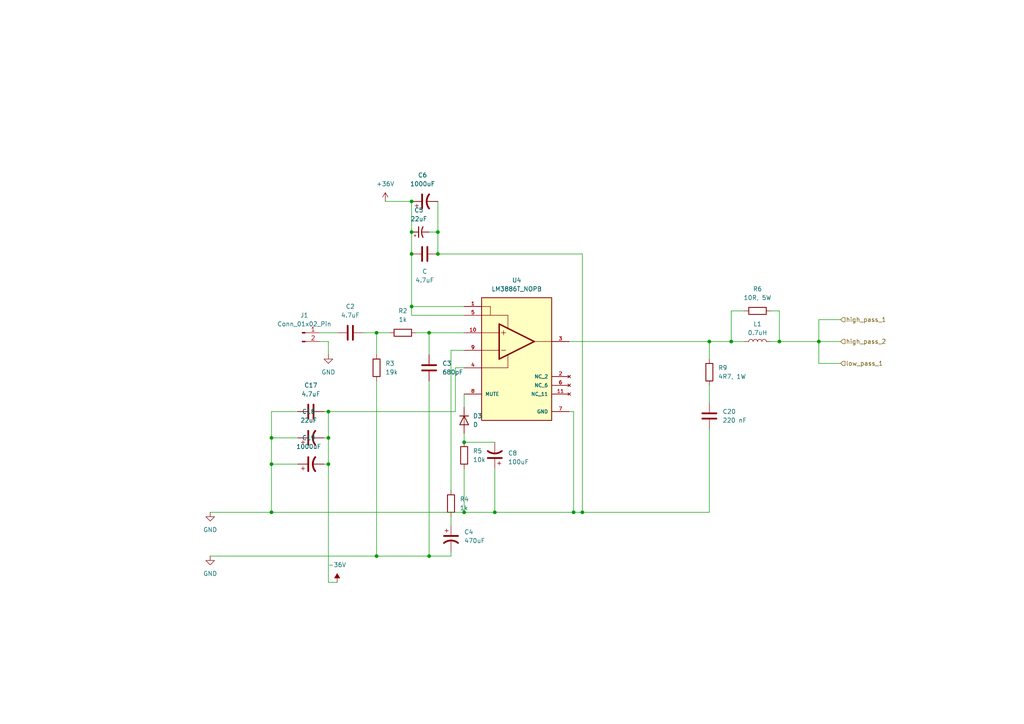
<source format=kicad_sch>
(kicad_sch (version 20231120) (generator "eeschema") (generator_version "8.0")
  (paper "A4")
  (lib_symbols
    (symbol "Connector:Conn_01x02_Pin" (pin_names (offset 1.016) hide)
      (property "Reference" "J" (at 0 2.54 0))
      (property "Value" "Conn_01x02_Pin" (at 0 -5.08 0))
      (symbol "Conn_01x02_Pin_1_1"
        (polyline (pts (xy 1.27 -2.54) (xy 0.8636 -2.54)) (stroke (width 0.1524)))
        (polyline (pts (xy 1.27 0) (xy 0.8636 0)) (stroke (width 0.1524)))
        (rectangle (start 0.8636 -2.413) (end 0 -2.667) (stroke (width 0.1524)) (fill (type outline)))
        (rectangle (start 0.8636 0.127) (end 0 -0.127) (stroke (width 0.1524)) (fill (type outline)))
        (pin passive line (at 5.08 0 180) (length 3.81) (name "Pin_1") (number "1"))
        (pin passive line (at 5.08 -2.54 180) (length 3.81) (name "Pin_2") (number "2"))
      )
    )
    (symbol "Device:C" (pin_numbers hide) (pin_names (offset 0.254))
      (property "Reference" "C" (at 0.635 2.54 0))
      (property "Value" "C" (at 0.635 -2.54 0))
      (symbol "C_0_1"
        (polyline (pts (xy -2.032 -0.762) (xy 2.032 -0.762)) (stroke (width 0.508)))
        (polyline (pts (xy -2.032 0.762) (xy 2.032 0.762)) (stroke (width 0.508)))
      )
      (symbol "C_1_1"
        (pin passive line (at 0 3.81 270) (length 2.794) (name "~") (number "1"))
        (pin passive line (at 0 -3.81 90) (length 2.794) (name "~") (number "2"))
      )
    )
    (symbol "Device:C_Polarized_Small_US" (pin_numbers hide) (pin_names (offset 0.254) hide)
      (property "Reference" "C" (at 0.254 1.778 0))
      (property "Value" "C_Polarized_Small_US" (at 0.254 -2.032 0))
      (symbol "C_Polarized_Small_US_0_1"
        (polyline (pts (xy -1.524 0.508) (xy 1.524 0.508)) (stroke (width 0.3048)))
        (polyline (pts (xy -1.27 1.524) (xy -0.762 1.524)))
        (polyline (pts (xy -1.016 1.27) (xy -1.016 1.778)))
        (arc (start 1.524 -0.762) (mid 0 -0.3734) (end -1.524 -0.762) (stroke (width 0.3048)))
      )
      (symbol "C_Polarized_Small_US_1_1"
        (pin passive line (at 0 2.54 270) (length 2.032) (name "~") (number "1"))
        (pin passive line (at 0 -2.54 90) (length 2.032) (name "~") (number "2"))
      )
    )
    (symbol "Device:C_Polarized_US" (pin_numbers hide) (pin_names (offset 0.254) hide)
      (property "Reference" "C" (at 0.635 2.54 0))
      (property "Value" "C_Polarized_US" (at 0.635 -2.54 0))
      (symbol "C_Polarized_US_0_1"
        (polyline (pts (xy -2.032 0.762) (xy 2.032 0.762)) (stroke (width 0.508)))
        (polyline (pts (xy -1.778 2.286) (xy -0.762 2.286)))
        (polyline (pts (xy -1.27 1.778) (xy -1.27 2.794)))
        (arc (start 2.032 -1.27) (mid 0 -0.5572) (end -2.032 -1.27) (stroke (width 0.508)))
      )
      (symbol "C_Polarized_US_1_1"
        (pin passive line (at 0 3.81 270) (length 2.794) (name "~") (number "1"))
        (pin passive line (at 0 -3.81 90) (length 3.302) (name "~") (number "2"))
      )
    )
    (symbol "Device:D" (pin_numbers hide) (pin_names (offset 1.016) hide)
      (property "Reference" "D" (at 0 2.54 0))
      (property "Value" "D" (at 0 -2.54 0))
      (symbol "D_0_1"
        (polyline (pts (xy -1.27 1.27) (xy -1.27 -1.27)) (stroke (width 0.254)))
        (polyline (pts (xy 1.27 0) (xy -1.27 0)))
        (polyline (pts (xy 1.27 1.27) (xy 1.27 -1.27) (xy -1.27 0) (xy 1.27 1.27)) (stroke (width 0.254)))
      )
      (symbol "D_1_1"
        (pin passive line (at -3.81 0 0) (length 2.54) (name "K") (number "1"))
        (pin passive line (at 3.81 0 180) (length 2.54) (name "A") (number "2"))
      )
    )
    (symbol "Device:L" (pin_numbers hide) (pin_names (offset 1.016) hide)
      (property "Reference" "L" (at -1.27 0 90))
      (property "Value" "L" (at 1.905 0 90))
      (symbol "L_0_1"
        (arc (start 0 -2.54) (mid 0.6323 -1.905) (end 0 -1.27))
        (arc (start 0 -1.27) (mid 0.6323 -0.635) (end 0 0))
        (arc (start 0 0) (mid 0.6323 0.635) (end 0 1.27))
        (arc (start 0 1.27) (mid 0.6323 1.905) (end 0 2.54))
      )
      (symbol "L_1_1"
        (pin passive line (at 0 3.81 270) (length 1.27) (name "1") (number "1"))
        (pin passive line (at 0 -3.81 90) (length 1.27) (name "2") (number "2"))
      )
    )
    (symbol "Device:R" (pin_numbers hide) (pin_names (offset 0))
      (property "Reference" "R" (at 2.032 0 90))
      (property "Value" "R" (at 0 0 90))
      (symbol "R_0_1"
        (rectangle (start -1.016 -2.54) (end 1.016 2.54) (stroke (width 0.254)))
      )
      (symbol "R_1_1"
        (pin passive line (at 0 3.81 270) (length 1.27) (name "~") (number "1"))
        (pin passive line (at 0 -3.81 90) (length 1.27) (name "~") (number "2"))
      )
    )
    (symbol "LM3886T_NOPB:LM3886T_NOPB" (pin_names (offset 1.016))
      (property "Reference" "U" (at -10.16 18.542 0))
      (property "Value" "LM3886T_NOPB" (at -10.16 -18.542 0))
      (symbol "LM3886T_NOPB_0_0"
        (rectangle (start -10.16 -17.78) (end 10.16 17.78) (stroke (width 0.254)) (fill (type background)))
        (polyline (pts (xy -10.16 -2.54) (xy -2.54 -2.54)) (stroke (width 0.1524)))
        (polyline (pts (xy -10.16 2.54) (xy -5.08 2.54)) (stroke (width 0.1524)))
        (polyline (pts (xy -10.16 7.62) (xy -5.08 7.62)) (stroke (width 0.1524)))
        (polyline (pts (xy -10.16 12.7) (xy -7.62 12.7)) (stroke (width 0.1524)))
        (polyline (pts (xy -10.16 15.24) (xy -7.62 15.24)) (stroke (width 0.1524)))
        (polyline (pts (xy -7.62 12.7) (xy -2.54 12.7)) (stroke (width 0.1524)))
        (polyline (pts (xy -7.62 15.24) (xy -7.62 12.7)) (stroke (width 0.1524)))
        (polyline (pts (xy -5.08 0) (xy -2.54 1.27)) (stroke (width 0.4064)))
        (polyline (pts (xy -5.08 2.54) (xy -5.08 0)) (stroke (width 0.4064)))
        (polyline (pts (xy -5.08 7.62) (xy -5.08 2.54)) (stroke (width 0.4064)))
        (polyline (pts (xy -5.08 10.16) (xy -5.08 7.62)) (stroke (width 0.4064)))
        (polyline (pts (xy -4.445 2.54) (xy -3.175 2.54)) (stroke (width 0.1524)))
        (polyline (pts (xy -4.445 7.62) (xy -3.175 7.62)) (stroke (width 0.1524)))
        (polyline (pts (xy -3.81 8.255) (xy -3.81 6.985)) (stroke (width 0.1524)))
        (polyline (pts (xy -2.54 -2.54) (xy -2.54 1.27)) (stroke (width 0.1524)))
        (polyline (pts (xy -2.54 1.27) (xy 5.08 5.08)) (stroke (width 0.4064)))
        (polyline (pts (xy -2.54 8.89) (xy -5.08 10.16)) (stroke (width 0.4064)))
        (polyline (pts (xy -2.54 12.7) (xy -2.54 8.89)) (stroke (width 0.1524)))
        (polyline (pts (xy 5.08 5.08) (xy -2.54 8.89)) (stroke (width 0.4064)))
        (polyline (pts (xy 5.08 5.08) (xy 10.16 5.08)) (stroke (width 0.1524)))
        (pin power_in line (at -15.24 15.24 0) (length 5.08) (name "~") (number "1"))
        (pin input line (at -15.24 7.62 0) (length 5.08) (name "~") (number "10"))
        (pin no_connect line (at 15.24 -10.16 180) (length 5.08) (name "NC_11") (number "11"))
        (pin no_connect line (at 15.24 -5.08 180) (length 5.08) (name "NC_2") (number "2"))
        (pin output line (at 15.24 5.08 180) (length 5.08) (name "~") (number "3"))
        (pin power_in line (at -15.24 -2.54 0) (length 5.08) (name "~") (number "4"))
        (pin power_in line (at -15.24 12.7 0) (length 5.08) (name "~") (number "5"))
        (pin no_connect line (at 15.24 -7.62 180) (length 5.08) (name "NC_6") (number "6"))
        (pin power_in line (at 15.24 -15.24 180) (length 5.08) (name "GND") (number "7"))
        (pin input line (at -15.24 -10.16 0) (length 5.08) (name "MUTE") (number "8"))
        (pin input line (at -15.24 2.54 0) (length 5.08) (name "~") (number "9"))
      )
    )
    (symbol "power:+36V" (power) (pin_numbers hide) (pin_names (offset 0) hide)
      (property "Value" "+36V" (at 0 3.556 0))
      (symbol "+36V_0_1"
        (polyline (pts (xy -0.762 1.27) (xy 0 2.54)))
        (polyline (pts (xy 0 0) (xy 0 2.54)))
        (polyline (pts (xy 0 2.54) (xy 0.762 1.27)))
      )
      (symbol "+36V_1_1"
        (pin power_in line (at 0 0 90) (length 0) (name "~") (number "1"))
      )
    )
    (symbol "power:-36V" (power) (pin_numbers hide) (pin_names (offset 0) hide)
      (property "Value" "-36V" (at 0 3.556 0))
      (symbol "-36V_0_0"
        (pin power_in line (at 0 0 90) (length 0) (name "~") (number "1"))
      )
      (symbol "-36V_0_1"
        (polyline (pts (xy 0 0) (xy 0 1.27) (xy 0.762 1.27) (xy 0 2.54) (xy -0.762 1.27) (xy 0 1.27)) (fill (type outline)))
      )
    )
    (symbol "power:GND" (power) (pin_numbers hide) (pin_names (offset 0) hide)
      (property "Value" "GND" (at 0 -3.81 0))
      (symbol "GND_0_1"
        (polyline (pts (xy 0 0) (xy 0 -1.27) (xy 1.27 -1.27) (xy 0 -2.54) (xy -1.27 -1.27) (xy 0 -1.27)))
      )
      (symbol "GND_1_1"
        (pin power_in line (at 0 0 270) (length 0) (name "~") (number "1"))
      )
    )
  )
  (junction (at 109.22 96.52))
  (junction (at 166.37 148.59))
  (junction (at 119.38 73.66))
  (junction (at 134.62 148.59))
  (junction (at 124.46 161.29))
  (junction (at 78.74 134.62))
  (junction (at 143.51 148.59))
  (junction (at 127 73.66))
  (junction (at 95.25 127))
  (junction (at 212.09 99.06))
  (junction (at 119.38 88.9))
  (junction (at 134.62 128.27))
  (junction (at 95.25 134.62))
  (junction (at 226.06 99.06))
  (junction (at 109.22 161.29))
  (junction (at 127 67.31))
  (junction (at 95.25 119.38))
  (junction (at 168.91 148.59))
  (junction (at 205.74 99.06))
  (junction (at 124.46 96.52))
  (junction (at 78.74 148.59))
  (junction (at 119.38 58.42))
  (junction (at 78.74 127))
  (junction (at 119.38 67.31))
  (junction (at 237.49 99.06))
  (wire (pts (xy 78.74 134.62) (xy 86.36 134.62)))
  (wire (pts (xy 120.65 96.52) (xy 124.46 96.52)))
  (wire (pts (xy 165.1 99.06) (xy 205.74 99.06)))
  (wire (pts (xy 109.22 110.49) (xy 109.22 161.29)))
  (wire (pts (xy 143.51 148.59) (xy 134.62 148.59)))
  (wire (pts (xy 95.25 99.06) (xy 95.25 102.87)))
  (wire (pts (xy 124.46 96.52) (xy 124.46 102.87)))
  (wire (pts (xy 127 67.31) (xy 127 73.66)))
  (wire (pts (xy 109.22 96.52) (xy 109.22 102.87)))
  (wire (pts (xy 205.74 99.06) (xy 205.74 104.14)))
  (wire (pts (xy 134.62 114.3) (xy 134.62 118.11)))
  (wire (pts (xy 134.62 128.27) (xy 143.51 128.27)))
  (wire (pts (xy 127 58.42) (xy 127 67.31)))
  (wire (pts (xy 95.25 134.62) (xy 95.25 127)))
  (wire (pts (xy 78.74 127) (xy 78.74 134.62)))
  (wire (pts (xy 168.91 148.59) (xy 166.37 148.59)))
  (wire (pts (xy 237.49 99.06) (xy 237.49 105.41)))
  (wire (pts (xy 124.46 96.52) (xy 134.62 96.52)))
  (wire (pts (xy 78.74 119.38) (xy 78.74 127)))
  (wire (pts (xy 86.36 119.38) (xy 78.74 119.38)))
  (wire (pts (xy 119.38 67.31) (xy 119.38 58.42)))
  (wire (pts (xy 130.81 101.6) (xy 130.81 142.24)))
  (wire (pts (xy 165.1 119.38) (xy 166.37 119.38)))
  (wire (pts (xy 130.81 149.86) (xy 130.81 152.4)))
  (wire (pts (xy 237.49 99.06) (xy 237.49 92.71)))
  (wire (pts (xy 205.74 124.46) (xy 205.74 148.59)))
  (wire (pts (xy 143.51 135.89) (xy 143.51 148.59)))
  (wire (pts (xy 124.46 67.31) (xy 127 67.31)))
  (wire (pts (xy 119.38 88.9) (xy 119.38 73.66)))
  (wire (pts (xy 130.81 160.02) (xy 130.81 161.29)))
  (wire (pts (xy 132.08 106.68) (xy 134.62 106.68)))
  (wire (pts (xy 226.06 90.17) (xy 226.06 99.06)))
  (wire (pts (xy 97.79 168.91) (xy 95.25 168.91)))
  (wire (pts (xy 78.74 127) (xy 86.36 127)))
  (wire (pts (xy 223.52 90.17) (xy 226.06 90.17)))
  (wire (pts (xy 166.37 148.59) (xy 143.51 148.59)))
  (wire (pts (xy 119.38 91.44) (xy 119.38 88.9)))
  (wire (pts (xy 119.38 73.66) (xy 119.38 67.31)))
  (wire (pts (xy 92.71 99.06) (xy 95.25 99.06)))
  (wire (pts (xy 134.62 148.59) (xy 78.74 148.59)))
  (wire (pts (xy 212.09 99.06) (xy 215.9 99.06)))
  (wire (pts (xy 124.46 110.49) (xy 124.46 161.29)))
  (wire (pts (xy 226.06 99.06) (xy 237.49 99.06)))
  (wire (pts (xy 134.62 88.9) (xy 119.38 88.9)))
  (wire (pts (xy 215.9 90.17) (xy 212.09 90.17)))
  (wire (pts (xy 168.91 73.66) (xy 168.91 148.59)))
  (wire (pts (xy 95.25 119.38) (xy 93.98 119.38)))
  (wire (pts (xy 132.08 119.38) (xy 132.08 106.68)))
  (wire (pts (xy 223.52 99.06) (xy 226.06 99.06)))
  (wire (pts (xy 111.76 58.42) (xy 119.38 58.42)))
  (wire (pts (xy 205.74 148.59) (xy 168.91 148.59)))
  (wire (pts (xy 212.09 90.17) (xy 212.09 99.06)))
  (wire (pts (xy 134.62 135.89) (xy 134.62 148.59)))
  (wire (pts (xy 95.25 127) (xy 95.25 119.38)))
  (wire (pts (xy 93.98 127) (xy 95.25 127)))
  (wire (pts (xy 166.37 119.38) (xy 166.37 148.59)))
  (wire (pts (xy 92.71 96.52) (xy 97.79 96.52)))
  (wire (pts (xy 134.62 125.73) (xy 134.62 128.27)))
  (wire (pts (xy 237.49 92.71) (xy 243.84 92.71)))
  (wire (pts (xy 127 73.66) (xy 168.91 73.66)))
  (wire (pts (xy 134.62 101.6) (xy 130.81 101.6)))
  (wire (pts (xy 105.41 96.52) (xy 109.22 96.52)))
  (wire (pts (xy 124.46 161.29) (xy 109.22 161.29)))
  (wire (pts (xy 95.25 168.91) (xy 95.25 134.62)))
  (wire (pts (xy 130.81 161.29) (xy 124.46 161.29)))
  (wire (pts (xy 95.25 119.38) (xy 132.08 119.38)))
  (wire (pts (xy 78.74 134.62) (xy 78.74 148.59)))
  (wire (pts (xy 134.62 91.44) (xy 119.38 91.44)))
  (wire (pts (xy 237.49 105.41) (xy 243.84 105.41)))
  (wire (pts (xy 109.22 161.29) (xy 60.96 161.29)))
  (wire (pts (xy 109.22 96.52) (xy 113.03 96.52)))
  (wire (pts (xy 78.74 148.59) (xy 60.96 148.59)))
  (wire (pts (xy 93.98 134.62) (xy 95.25 134.62)))
  (wire (pts (xy 205.74 111.76) (xy 205.74 116.84)))
  (wire (pts (xy 205.74 99.06) (xy 212.09 99.06)))
  (wire (pts (xy 237.49 99.06) (xy 243.84 99.06)))
  (hierarchical_label "high_pass_2" (shape input) (at 243.84 99.06 0))
  (hierarchical_label "low_pass_1" (shape input) (at 243.84 105.41 0))
  (hierarchical_label "high_pass_1" (shape input) (at 243.84 92.71 0))
  (symbol (lib_id "Device:R") (at 134.62 132.08 0) (unit 1)
    (property "Reference" "R5" (at 137.16 130.8099 0) (effects (justify left)))
    (property "Value" "10k" (at 137.16 133.3499 0) (effects (justify left)))
    (property "Description" "Resistor" (effects (hide yes)))
  )
  (symbol (lib_id "Device:C_Polarized_US") (at 90.17 127 90) (unit 1)
    (property "Reference" "C18" (at 89.535 119.38 90))
    (property "Value" "22uF" (at 89.535 121.92 90))
    (property "Description" "Polarized capacitor, US symbol" (effects (hide yes)))
  )
  (symbol (lib_id "Device:C") (at 90.17 119.38 90) (unit 1)
    (property "Reference" "C17" (at 90.17 111.76 90))
    (property "Value" "4.7uF" (at 90.17 114.3 90))
    (property "Description" "Unpolarized capacitor" (effects (hide yes)))
  )
  (symbol (lib_id "Device:C_Polarized_US") (at 123.19 58.42 90) (unit 1)
    (property "Reference" "C6" (at 122.555 50.8 90))
    (property "Value" "1000uF" (at 122.555 53.34 90))
    (property "Description" "Polarized capacitor, US symbol" (effects (hide yes)))
  )
  (symbol (lib_id "power:GND") (at 95.25 102.87 0) (unit 1)
    (property "Reference" "#PWR09" (effects (hide yes)))
    (property "Value" "GND" (at 95.25 107.95 0))
    (property "Description" "Power symbol creates a global label with name \"GND\" , ground" (effects (hide yes)))
  )
  (symbol (lib_id "Device:C_Polarized_US") (at 90.17 134.62 90) (unit 1)
    (property "Reference" "C19" (at 89.535 127 90))
    (property "Value" "1000uF" (at 89.535 129.54 90))
    (property "Description" "Polarized capacitor, US symbol" (effects (hide yes)))
  )
  (symbol (lib_id "Device:L") (at 219.71 99.06 90) (unit 1)
    (property "Reference" "L1" (at 219.71 93.98 90))
    (property "Value" "0.7uH" (at 219.71 96.52 90))
    (property "Description" "Inductor" (effects (hide yes)))
  )
  (symbol (lib_id "Device:C_Polarized_US") (at 130.81 156.21 0) (unit 1)
    (property "Reference" "C4" (at 134.62 154.3049 0) (effects (justify left)))
    (property "Value" "470uF" (at 134.62 156.8449 0) (effects (justify left)))
    (property "Description" "Polarized capacitor, US symbol" (effects (hide yes)))
  )
  (symbol (lib_id "Device:R") (at 130.81 146.05 0) (unit 1)
    (property "Reference" "R4" (at 133.35 144.7799 0) (effects (justify left)))
    (property "Value" "1k" (at 133.35 147.3199 0) (effects (justify left)))
    (property "Description" "Resistor" (effects (hide yes)))
  )
  (symbol (lib_id "Device:C") (at 101.6 96.52 270) (unit 1)
    (property "Reference" "C2" (at 101.6 88.9 90))
    (property "Value" "4.7uF" (at 101.6 91.44 90))
    (property "Description" "Unpolarized capacitor" (effects (hide yes)))
  )
  (symbol (lib_id "Connector:Conn_01x02_Pin") (at 87.63 96.52 0) (unit 1)
    (property "Reference" "J1" (at 88.265 91.44 0))
    (property "Value" "Conn_01x02_Pin" (at 88.265 93.98 0))
    (property "Description" "Generic connector, single row, 01x02, script generated" (effects (hide yes)))
  )
  (symbol (lib_id "Device:R") (at 116.84 96.52 90) (unit 1)
    (property "Reference" "R2" (at 116.84 90.17 90))
    (property "Value" "1k" (at 116.84 92.71 90))
    (property "Description" "Resistor" (effects (hide yes)))
  )
  (symbol (lib_id "power:+36V") (at 111.76 58.42 0) (unit 1)
    (property "Reference" "#PWR08" (effects (hide yes)))
    (property "Value" "+36V" (at 111.76 53.34 0))
    (property "Description" "Power symbol creates a global label with name \"+36V\"" (effects (hide yes)))
  )
  (symbol (lib_id "Device:C") (at 124.46 106.68 0) (unit 1)
    (property "Reference" "C3" (at 128.27 105.4099 0) (effects (justify left)))
    (property "Value" "680pF" (at 128.27 107.9499 0) (effects (justify left)))
    (property "Description" "Unpolarized capacitor" (effects (hide yes)))
  )
  (symbol (lib_id "power:-36V") (at 97.79 168.91 0) (unit 1)
    (property "Reference" "#PWR07" (effects (hide yes)))
    (property "Value" "-36V" (at 97.79 163.83 0))
    (property "Description" "Power symbol creates a global label with name \"-36V\"" (effects (hide yes)))
  )
  (symbol (lib_id "power:GND") (at 60.96 148.59 0) (unit 1)
    (property "Reference" "#PWR05" (effects (hide yes)))
    (property "Value" "GND" (at 60.96 153.67 0))
    (property "Description" "Power symbol creates a global label with name \"GND\" , ground" (effects (hide yes)))
  )
  (symbol (lib_id "Device:R") (at 205.74 107.95 0) (unit 1)
    (property "Reference" "R9" (at 208.28 106.6799 0) (effects (justify left)))
    (property "Value" "4R7, 1W" (at 208.28 109.2199 0) (effects (justify left)))
    (property "Description" "Resistor" (effects (hide yes)))
  )
  (symbol (lib_id "LM3886T_NOPB:LM3886T_NOPB") (at 149.86 104.14 0) (unit 1)
    (property "Reference" "U4" (at 149.86 81.28 0))
    (property "Value" "LM3886T_NOPB" (at 149.86 83.82 0))
    (property "Footprint" "LM3886T_NOPB:TO170P2027X462X2082-11" (effects (hide yes)))
    (property "MF" "Texas Instruments" (effects (hide yes)))
    (property "MAXIMUM_PACKAGE_HEIGHT" "20.82mm" (effects (hide yes)))
    (property "Package" "TO-220-11 Texas Instruments" (effects (hide yes)))
    (property "Price" "None" (effects (hide yes)))
    (property "Check_prices" "https://www.snapeda.com/parts/LM3886T/NOPB/Texas+Instruments/view-part/?ref=eda" (effects (hide yes)))
    (property "STANDARD" "IPC-7351B" (effects (hide yes)))
    (property "PARTREV" "C" (effects (hide yes)))
    (property "SnapEDA_Link" "https://www.snapeda.com/parts/LM3886T/NOPB/Texas+Instruments/view-part/?ref=snap" (effects (hide yes)))
    (property "SNAPEDA_PACKAGE_ID" "103043" (effects (hide yes)))
    (property "MP" "LM3886T/NOPB" (effects (hide yes)))
    (property "Description_1" "\n                        \n                            68W, 1 Ch, 20-94V supply stereo Class-AB amplifier w/ Mute\n                        \n" (effects (hide yes)))
    (property "Availability" "In Stock" (effects (hide yes)))
    (property "MANUFACTURER" "Texas Instruments" (effects (hide yes)))
  )
  (symbol (lib_id "Device:R") (at 219.71 90.17 90) (unit 1)
    (property "Reference" "R6" (at 219.71 83.82 90))
    (property "Value" "10R, 5W" (at 219.71 86.36 90))
    (property "Description" "Resistor" (effects (hide yes)))
  )
  (symbol (lib_id "power:GND") (at 60.96 161.29 0) (unit 1)
    (property "Reference" "#PWR06" (effects (hide yes)))
    (property "Value" "GND" (at 60.96 166.37 0))
    (property "Description" "Power symbol creates a global label with name \"GND\" , ground" (effects (hide yes)))
  )
  (symbol (lib_id "Device:C_Polarized_Small_US") (at 121.92 67.31 90) (unit 1)
    (property "Reference" "C5" (at 121.4882 60.96 90))
    (property "Value" "22uF" (at 121.4882 63.5 90))
    (property "Description" "Polarized capacitor, small US symbol" (effects (hide yes)))
  )
  (symbol (lib_id "Device:C") (at 123.19 73.66 90) (mirror x) (unit 1)
    (property "Reference" "4.7uF" (at 123.19 81.28 90))
    (property "Value" "C" (at 123.19 78.74 90))
    (property "Description" "Unpolarized capacitor" (effects (hide yes)))
  )
  (symbol (lib_id "Device:C_Polarized_US") (at 143.51 132.08 180) (unit 1)
    (property "Reference" "C8" (at 147.32 131.4449 0) (effects (justify right)))
    (property "Value" "100uF" (at 147.32 133.9849 0) (effects (justify right)))
    (property "Description" "Polarized capacitor, US symbol" (effects (hide yes)))
  )
  (symbol (lib_id "Device:D") (at 134.62 121.92 270) (unit 1)
    (property "Reference" "D3" (at 137.16 120.6499 90) (effects (justify left)))
    (property "Value" "D" (at 137.16 123.1899 90) (effects (justify left)))
    (property "Description" "Diode" (effects (hide yes)))
    (property "Sim.Device" "D" (effects (hide yes)))
    (property "Sim.Pins" "1=K 2=A" (effects (hide yes)))
  )
  (symbol (lib_id "Device:C") (at 205.74 120.65 0) (unit 1)
    (property "Reference" "C20" (at 209.55 119.3799 0) (effects (justify left)))
    (property "Value" "220 nF" (at 209.55 121.9199 0) (effects (justify left)))
    (property "Description" "Unpolarized capacitor" (effects (hide yes)))
  )
  (symbol (lib_id "Device:R") (at 109.22 106.68 0) (unit 1)
    (property "Reference" "R3" (at 111.76 105.4099 0) (effects (justify left)))
    (property "Value" "19k" (at 111.76 107.9499 0) (effects (justify left)))
    (property "Description" "Resistor" (effects (hide yes)))
  )
)
</source>
